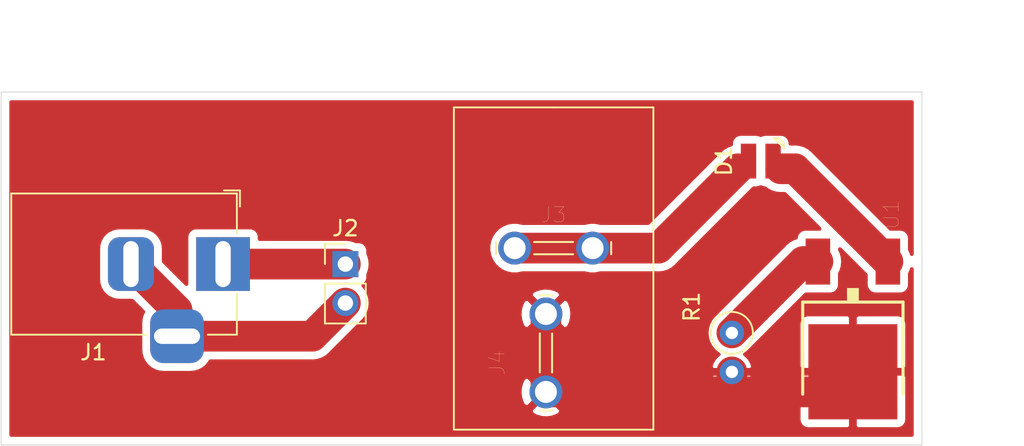
<source format=kicad_pcb>
(kicad_pcb (version 20171130) (host pcbnew 5.1.8-db9833491~87~ubuntu20.04.1)

  (general
    (thickness 1.6)
    (drawings 12)
    (tracks 18)
    (zones 0)
    (modules 7)
    (nets 7)
  )

  (page A4)
  (title_block
    (title "Faston terminal and Blink Sun right like LED")
    (date 2020-11-29)
    (rev V1.0.0)
    (company "Geekhouse Tsukuba's Tomori Nao")
    (comment 1 "Presented by takurx")
  )

  (layers
    (0 F.Cu signal)
    (31 B.Cu signal)
    (32 B.Adhes user)
    (33 F.Adhes user)
    (34 B.Paste user)
    (35 F.Paste user)
    (36 B.SilkS user)
    (37 F.SilkS user)
    (38 B.Mask user)
    (39 F.Mask user)
    (40 Dwgs.User user)
    (41 Cmts.User user)
    (42 Eco1.User user)
    (43 Eco2.User user)
    (44 Edge.Cuts user)
    (45 Margin user)
    (46 B.CrtYd user)
    (47 F.CrtYd user)
    (48 B.Fab user)
    (49 F.Fab user)
  )

  (setup
    (last_trace_width 2)
    (user_trace_width 0.5)
    (user_trace_width 1)
    (user_trace_width 1.5)
    (user_trace_width 2)
    (trace_clearance 0.2)
    (zone_clearance 0.508)
    (zone_45_only no)
    (trace_min 0.2)
    (via_size 0.8)
    (via_drill 0.4)
    (via_min_size 0.4)
    (via_min_drill 0.3)
    (uvia_size 0.3)
    (uvia_drill 0.1)
    (uvias_allowed no)
    (uvia_min_size 0.2)
    (uvia_min_drill 0.1)
    (edge_width 0.05)
    (segment_width 0.2)
    (pcb_text_width 0.3)
    (pcb_text_size 1.5 1.5)
    (mod_edge_width 0.12)
    (mod_text_size 1 1)
    (mod_text_width 0.15)
    (pad_size 1.524 1.524)
    (pad_drill 0.762)
    (pad_to_mask_clearance 0)
    (aux_axis_origin 0 0)
    (visible_elements FFFFFF7F)
    (pcbplotparams
      (layerselection 0x010fc_ffffffff)
      (usegerberextensions false)
      (usegerberattributes true)
      (usegerberadvancedattributes true)
      (creategerberjobfile true)
      (excludeedgelayer true)
      (linewidth 0.100000)
      (plotframeref false)
      (viasonmask false)
      (mode 1)
      (useauxorigin false)
      (hpglpennumber 1)
      (hpglpenspeed 20)
      (hpglpendiameter 15.000000)
      (psnegative false)
      (psa4output false)
      (plotreference true)
      (plotvalue true)
      (plotinvisibletext false)
      (padsonsilk false)
      (subtractmaskfromsilk false)
      (outputformat 1)
      (mirror false)
      (drillshape 1)
      (scaleselection 1)
      (outputdirectory ""))
  )

  (net 0 "")
  (net 1 VCC)
  (net 2 "Net-(D1-Pad1)")
  (net 3 "Net-(J1-Pad2)")
  (net 4 "Net-(J1-Pad1)")
  (net 5 GND)
  (net 6 "Net-(R1-Pad1)")

  (net_class Default "This is the default net class."
    (clearance 0.2)
    (trace_width 0.25)
    (via_dia 0.8)
    (via_drill 0.4)
    (uvia_dia 0.3)
    (uvia_drill 0.1)
    (add_net GND)
    (add_net "Net-(D1-Pad1)")
    (add_net "Net-(J1-Pad1)")
    (add_net "Net-(J1-Pad2)")
    (add_net "Net-(R1-Pad1)")
    (add_net VCC)
  )

  (module CRD_Sun_LED:ENB01-NHSD7-F1 (layer F.Cu) (tedit 5FC38FD1) (tstamp 5FC3F639)
    (at 164 83 270)
    (path /5FC37870)
    (fp_text reference D1 (at 1.5 3.9 90) (layer F.SilkS)
      (effects (font (size 1 1) (thickness 0.15)))
    )
    (fp_text value LED (at 2.05 -0.7 90) (layer F.Fab)
      (effects (font (size 1 1) (thickness 0.15)))
    )
    (fp_line (start 3 3) (end 0 3) (layer F.CrtYd) (width 0.12))
    (fp_line (start 3 0) (end 3 3) (layer F.CrtYd) (width 0.12))
    (fp_line (start 0 0.35) (end 0.35 0) (layer F.CrtYd) (width 0.12))
    (fp_line (start 0.35 0) (end 0 0.35) (layer F.SilkS) (width 0.12))
    (fp_line (start 0 0.35) (end 0 0.65) (layer F.SilkS) (width 0.12))
    (fp_line (start 0 0.65) (end 0.65 0) (layer F.SilkS) (width 0.12))
    (fp_line (start 0.65 0) (end 0.35 0) (layer F.SilkS) (width 0.12))
    (fp_line (start 3 0) (end 0.35 0) (layer F.CrtYd) (width 0.12))
    (fp_line (start 0 0.35) (end 0 3) (layer F.CrtYd) (width 0.12))
    (pad 2 smd rect (at 1.5 2.3 270) (size 2.27 1) (layers F.Cu F.Paste F.Mask)
      (net 1 VCC))
    (pad 1 smd rect (at 1.5 0.7 270) (size 2.27 1) (layers F.Cu F.Paste F.Mask)
      (net 2 "Net-(D1-Pad1)"))
  )

  (module CRD_Sun_LED:SOT229P991X238-4N (layer F.Cu) (tedit 5FC36F1C) (tstamp 5FC3F6BE)
    (at 168.5 95.5 270)
    (path /5FC398D4)
    (fp_text reference U1 (at -7.5 -2.5 90) (layer F.SilkS)
      (effects (font (size 1.000197 1.000197) (thickness 0.015)))
    )
    (fp_text value NSI45060JDT4G (at 0.5 4.44575 90) (layer F.Fab)
      (effects (font (size 1.000283 1.000283) (thickness 0.015)))
    )
    (fp_line (start -6.2 -3.5) (end 6.1 -3.5) (layer F.CrtYd) (width 0.127))
    (fp_line (start -6.2 3.5) (end -6.2 -3.5) (layer F.CrtYd) (width 0.127))
    (fp_line (start 6.1 3.5) (end -6.2 3.5) (layer F.CrtYd) (width 0.127))
    (fp_line (start 6.1 -3.5) (end 6.1 3.5) (layer F.CrtYd) (width 0.127))
    (fp_poly (pts (xy 4.28411 -2.56592) (xy 4.99531 -2.56592) (xy 5.45251 -2.10872) (xy 5.45251 2.10768)
      (xy 4.99531 2.56488) (xy 4.28411 2.56488)) (layer F.Fab) (width 0.1998))
    (fp_poly (pts (xy -2.72807 -0.381519) (xy -1.86269 -0.381519) (xy -1.86269 0.38073) (xy -2.72807 0.38073)) (layer F.SilkS) (width 0.01))
    (fp_poly (pts (xy -3.79543 0.837681) (xy -2.92949 0.837681) (xy -2.92949 3.73558) (xy -3.79543 3.73558)) (layer F.Fab) (width 0.01))
    (fp_poly (pts (xy -3.794 -3.73432) (xy -2.92949 -3.73432) (xy -2.92949 -0.83892) (xy -3.794 -0.83892)) (layer F.Fab) (width 0.01))
    (fp_line (start 4.28411 2.56488) (end 4.28411 -2.56592) (layer F.Fab) (width 0.2032))
    (fp_line (start 4.99531 2.56488) (end 4.28411 2.56488) (layer F.Fab) (width 0.2032))
    (fp_line (start 5.45251 2.10768) (end 4.99531 2.56488) (layer F.Fab) (width 0.2032))
    (fp_line (start 5.45251 -2.10872) (end 5.45251 2.10768) (layer F.Fab) (width 0.2032))
    (fp_line (start 4.99531 -2.56592) (end 5.45251 -2.10872) (layer F.Fab) (width 0.2032))
    (fp_line (start 4.28411 -2.56592) (end 4.99531 -2.56592) (layer F.Fab) (width 0.2032))
    (fp_line (start 4.18211 -3.27752) (end 4.18171 3.27688) (layer F.Fab) (width 0.2032))
    (fp_line (start -1.81189 -3.27) (end 4.18251 -3.27) (layer F.SilkS) (width 0.2032))
    (fp_line (start -1.81189 3.27) (end -1.81189 -3.27) (layer F.SilkS) (width 0.2032))
    (fp_line (start 4.18251 3.27) (end -1.81189 3.27) (layer F.SilkS) (width 0.2032))
    (pad 3 smd rect (at -4.45289 2.27948 270) (size 3 1.6) (layers F.Cu F.Paste F.Mask)
      (net 6 "Net-(R1-Pad1)"))
    (pad 1 smd rect (at -4.45289 -2.28052 270) (size 3 1.6) (layers F.Cu F.Paste F.Mask)
      (net 2 "Net-(D1-Pad1)"))
    (pad 4 smd rect (at 2.72711 -0.000519 270) (size 6.2 5.8) (layers F.Cu F.Paste F.Mask)
      (net 5 GND))
  )

  (module Resistor_THT:R_Axial_DIN0207_L6.3mm_D2.5mm_P2.54mm_Vertical (layer F.Cu) (tedit 5AE5139B) (tstamp 5FC3F6A5)
    (at 160.615 95.695 270)
    (descr "Resistor, Axial_DIN0207 series, Axial, Vertical, pin pitch=2.54mm, 0.25W = 1/4W, length*diameter=6.3*2.5mm^2, http://cdn-reichelt.de/documents/datenblatt/B400/1_4W%23YAG.pdf")
    (tags "Resistor Axial_DIN0207 series Axial Vertical pin pitch 2.54mm 0.25W = 1/4W length 6.3mm diameter 2.5mm")
    (path /5FC38EE3)
    (fp_text reference R1 (at -1.695 2.615 90) (layer F.SilkS)
      (effects (font (size 1 1) (thickness 0.15)))
    )
    (fp_text value R (at 1.27 2.37 90) (layer F.Fab)
      (effects (font (size 1 1) (thickness 0.15)))
    )
    (fp_line (start 3.59 -1.5) (end -1.5 -1.5) (layer F.CrtYd) (width 0.05))
    (fp_line (start 3.59 1.5) (end 3.59 -1.5) (layer F.CrtYd) (width 0.05))
    (fp_line (start -1.5 1.5) (end 3.59 1.5) (layer F.CrtYd) (width 0.05))
    (fp_line (start -1.5 -1.5) (end -1.5 1.5) (layer F.CrtYd) (width 0.05))
    (fp_line (start 1.37 0) (end 1.44 0) (layer F.SilkS) (width 0.12))
    (fp_line (start 0 0) (end 2.54 0) (layer F.Fab) (width 0.1))
    (fp_circle (center 0 0) (end 1.37 0) (layer F.SilkS) (width 0.12))
    (fp_circle (center 0 0) (end 1.25 0) (layer F.Fab) (width 0.1))
    (fp_text user %R (at -1.695 2.615 90) (layer F.Fab)
      (effects (font (size 1 1) (thickness 0.15)))
    )
    (pad 2 thru_hole oval (at 2.54 0 270) (size 1.6 1.6) (drill 0.8) (layers *.Cu *.Mask)
      (net 5 GND))
    (pad 1 thru_hole circle (at 0 0 270) (size 1.6 1.6) (drill 0.8) (layers *.Cu *.Mask)
      (net 6 "Net-(R1-Pad1)"))
    (model ${KISYS3DMOD}/Resistor_THT.3dshapes/R_Axial_DIN0207_L6.3mm_D2.5mm_P2.54mm_Vertical.wrl
      (at (xyz 0 0 0))
      (scale (xyz 1 1 1))
      (rotate (xyz 0 0 0))
    )
  )

  (module BP5293_series:TE_62409-1 (layer F.Cu) (tedit 5FAE0A9D) (tstamp 5FC3F696)
    (at 148.5 97 90)
    (path /5FC3BA6E)
    (fp_text reference J4 (at -0.636045 -3.180265 90) (layer F.SilkS)
      (effects (font (size 1.001661 1.001661) (thickness 0.015)))
    )
    (fp_text value 62409-1 (at 0 2 90) (layer F.Fab)
      (effects (font (size 1.000583 1.000583) (thickness 0.015)))
    )
    (fp_line (start -3.75 -0.4) (end -3.75 0.4) (layer F.SilkS) (width 0.127))
    (fp_line (start 3.75 -0.4) (end 3.75 0.4) (layer F.SilkS) (width 0.127))
    (fp_line (start -1.27 0.4) (end 1.27 0.4) (layer F.SilkS) (width 0.127))
    (fp_line (start -1.27 -0.4) (end 1.27 -0.4) (layer F.SilkS) (width 0.127))
    (fp_line (start -4 1.32) (end -4 -1.32) (layer F.CrtYd) (width 0.05))
    (fp_line (start 4 1.32) (end -4 1.32) (layer F.CrtYd) (width 0.05))
    (fp_line (start 4 -1.32) (end 4 1.32) (layer F.CrtYd) (width 0.05))
    (fp_line (start -4 -1.32) (end 4 -1.32) (layer F.CrtYd) (width 0.05))
    (fp_line (start -3.75 0.4) (end -3.75 -0.4) (layer F.Fab) (width 0.127))
    (fp_line (start 3.75 0.4) (end -3.75 0.4) (layer F.Fab) (width 0.127))
    (fp_line (start 3.75 -0.4) (end 3.75 0.4) (layer F.Fab) (width 0.127))
    (fp_line (start -3.75 -0.4) (end 3.75 -0.4) (layer F.Fab) (width 0.127))
    (pad 2 thru_hole circle (at 2.54 0 90) (size 2.145 2.145) (drill 1.43) (layers *.Cu *.Mask)
      (net 5 GND))
    (pad 1 thru_hole circle (at -2.54 0 90) (size 2.145 2.145) (drill 1.43) (layers *.Cu *.Mask)
      (net 5 GND))
  )

  (module BP5293_series:TE_62409-1 (layer F.Cu) (tedit 5FAE0A9D) (tstamp 5FC3F684)
    (at 149 90.17)
    (path /5FC3AEB3)
    (fp_text reference J3 (at 0 -2.17) (layer F.SilkS)
      (effects (font (size 1.001661 1.001661) (thickness 0.015)))
    )
    (fp_text value 62409-1 (at 0 1.83) (layer F.Fab)
      (effects (font (size 1.000583 1.000583) (thickness 0.015)))
    )
    (fp_line (start -3.75 -0.4) (end -3.75 0.4) (layer F.SilkS) (width 0.127))
    (fp_line (start 3.75 -0.4) (end 3.75 0.4) (layer F.SilkS) (width 0.127))
    (fp_line (start -1.27 0.4) (end 1.27 0.4) (layer F.SilkS) (width 0.127))
    (fp_line (start -1.27 -0.4) (end 1.27 -0.4) (layer F.SilkS) (width 0.127))
    (fp_line (start -4 1.32) (end -4 -1.32) (layer F.CrtYd) (width 0.05))
    (fp_line (start 4 1.32) (end -4 1.32) (layer F.CrtYd) (width 0.05))
    (fp_line (start 4 -1.32) (end 4 1.32) (layer F.CrtYd) (width 0.05))
    (fp_line (start -4 -1.32) (end 4 -1.32) (layer F.CrtYd) (width 0.05))
    (fp_line (start -3.75 0.4) (end -3.75 -0.4) (layer F.Fab) (width 0.127))
    (fp_line (start 3.75 0.4) (end -3.75 0.4) (layer F.Fab) (width 0.127))
    (fp_line (start 3.75 -0.4) (end 3.75 0.4) (layer F.Fab) (width 0.127))
    (fp_line (start -3.75 -0.4) (end 3.75 -0.4) (layer F.Fab) (width 0.127))
    (pad 2 thru_hole circle (at 2.54 0) (size 2.145 2.145) (drill 1.43) (layers *.Cu *.Mask)
      (net 1 VCC))
    (pad 1 thru_hole circle (at -2.54 0) (size 2.145 2.145) (drill 1.43) (layers *.Cu *.Mask)
      (net 1 VCC))
  )

  (module Connector_PinHeader_2.54mm:PinHeader_1x02_P2.54mm_Vertical (layer F.Cu) (tedit 59FED5CC) (tstamp 5FC3F672)
    (at 135.43 91.21)
    (descr "Through hole straight pin header, 1x02, 2.54mm pitch, single row")
    (tags "Through hole pin header THT 1x02 2.54mm single row")
    (path /5FC385B9)
    (fp_text reference J2 (at 0 -2.33) (layer F.SilkS)
      (effects (font (size 1 1) (thickness 0.15)))
    )
    (fp_text value Conn_01x02_Female (at 2.57 0.79 90) (layer F.Fab)
      (effects (font (size 1 1) (thickness 0.15)))
    )
    (fp_line (start 1.8 -1.8) (end -1.8 -1.8) (layer F.CrtYd) (width 0.05))
    (fp_line (start 1.8 4.35) (end 1.8 -1.8) (layer F.CrtYd) (width 0.05))
    (fp_line (start -1.8 4.35) (end 1.8 4.35) (layer F.CrtYd) (width 0.05))
    (fp_line (start -1.8 -1.8) (end -1.8 4.35) (layer F.CrtYd) (width 0.05))
    (fp_line (start -1.33 -1.33) (end 0 -1.33) (layer F.SilkS) (width 0.12))
    (fp_line (start -1.33 0) (end -1.33 -1.33) (layer F.SilkS) (width 0.12))
    (fp_line (start -1.33 1.27) (end 1.33 1.27) (layer F.SilkS) (width 0.12))
    (fp_line (start 1.33 1.27) (end 1.33 3.87) (layer F.SilkS) (width 0.12))
    (fp_line (start -1.33 1.27) (end -1.33 3.87) (layer F.SilkS) (width 0.12))
    (fp_line (start -1.33 3.87) (end 1.33 3.87) (layer F.SilkS) (width 0.12))
    (fp_line (start -1.27 -0.635) (end -0.635 -1.27) (layer F.Fab) (width 0.1))
    (fp_line (start -1.27 3.81) (end -1.27 -0.635) (layer F.Fab) (width 0.1))
    (fp_line (start 1.27 3.81) (end -1.27 3.81) (layer F.Fab) (width 0.1))
    (fp_line (start 1.27 -1.27) (end 1.27 3.81) (layer F.Fab) (width 0.1))
    (fp_line (start -0.635 -1.27) (end 1.27 -1.27) (layer F.Fab) (width 0.1))
    (fp_text user %R (at 0 1.27 90) (layer F.Fab)
      (effects (font (size 1 1) (thickness 0.15)))
    )
    (pad 2 thru_hole oval (at 0 2.54) (size 1.7 1.7) (drill 1) (layers *.Cu *.Mask)
      (net 3 "Net-(J1-Pad2)"))
    (pad 1 thru_hole rect (at 0 0) (size 1.7 1.7) (drill 1) (layers *.Cu *.Mask)
      (net 4 "Net-(J1-Pad1)"))
    (model ${KISYS3DMOD}/Connector_PinHeader_2.54mm.3dshapes/PinHeader_1x02_P2.54mm_Vertical.wrl
      (at (xyz 0 0 0))
      (scale (xyz 1 1 1))
      (rotate (xyz 0 0 0))
    )
  )

  (module Connector_BarrelJack:BarrelJack_Horizontal (layer F.Cu) (tedit 5A1DBF6A) (tstamp 5FC3F65C)
    (at 127.46 91.21)
    (descr "DC Barrel Jack")
    (tags "Power Jack")
    (path /5FC36EE0)
    (fp_text reference J1 (at -8.45 5.75) (layer F.SilkS)
      (effects (font (size 1 1) (thickness 0.15)))
    )
    (fp_text value Barrel_Jack_Switch (at -6.2 -5.5) (layer F.Fab)
      (effects (font (size 1 1) (thickness 0.15)))
    )
    (fp_line (start 0 -4.5) (end -13.7 -4.5) (layer F.Fab) (width 0.1))
    (fp_line (start 0.8 4.5) (end 0.8 -3.75) (layer F.Fab) (width 0.1))
    (fp_line (start -13.7 4.5) (end 0.8 4.5) (layer F.Fab) (width 0.1))
    (fp_line (start -13.7 -4.5) (end -13.7 4.5) (layer F.Fab) (width 0.1))
    (fp_line (start -10.2 -4.5) (end -10.2 4.5) (layer F.Fab) (width 0.1))
    (fp_line (start 0.9 -4.6) (end 0.9 -2) (layer F.SilkS) (width 0.12))
    (fp_line (start -13.8 -4.6) (end 0.9 -4.6) (layer F.SilkS) (width 0.12))
    (fp_line (start 0.9 4.6) (end -1 4.6) (layer F.SilkS) (width 0.12))
    (fp_line (start 0.9 1.9) (end 0.9 4.6) (layer F.SilkS) (width 0.12))
    (fp_line (start -13.8 4.6) (end -13.8 -4.6) (layer F.SilkS) (width 0.12))
    (fp_line (start -5 4.6) (end -13.8 4.6) (layer F.SilkS) (width 0.12))
    (fp_line (start -14 4.75) (end -14 -4.75) (layer F.CrtYd) (width 0.05))
    (fp_line (start -5 4.75) (end -14 4.75) (layer F.CrtYd) (width 0.05))
    (fp_line (start -5 6.75) (end -5 4.75) (layer F.CrtYd) (width 0.05))
    (fp_line (start -1 6.75) (end -5 6.75) (layer F.CrtYd) (width 0.05))
    (fp_line (start -1 4.75) (end -1 6.75) (layer F.CrtYd) (width 0.05))
    (fp_line (start 1 4.75) (end -1 4.75) (layer F.CrtYd) (width 0.05))
    (fp_line (start 1 2) (end 1 4.75) (layer F.CrtYd) (width 0.05))
    (fp_line (start 2 2) (end 1 2) (layer F.CrtYd) (width 0.05))
    (fp_line (start 2 -2) (end 2 2) (layer F.CrtYd) (width 0.05))
    (fp_line (start 1 -2) (end 2 -2) (layer F.CrtYd) (width 0.05))
    (fp_line (start 1 -4.5) (end 1 -2) (layer F.CrtYd) (width 0.05))
    (fp_line (start 1 -4.75) (end -14 -4.75) (layer F.CrtYd) (width 0.05))
    (fp_line (start 1 -4.5) (end 1 -4.75) (layer F.CrtYd) (width 0.05))
    (fp_line (start 0.05 -4.8) (end 1.1 -4.8) (layer F.SilkS) (width 0.12))
    (fp_line (start 1.1 -3.75) (end 1.1 -4.8) (layer F.SilkS) (width 0.12))
    (fp_line (start -0.003213 -4.505425) (end 0.8 -3.75) (layer F.Fab) (width 0.1))
    (fp_text user %R (at -3 -2.95) (layer F.Fab)
      (effects (font (size 1 1) (thickness 0.15)))
    )
    (pad 3 thru_hole roundrect (at -3 4.7) (size 3.5 3.5) (drill oval 3 1) (layers *.Cu *.Mask) (roundrect_rratio 0.25)
      (net 3 "Net-(J1-Pad2)"))
    (pad 2 thru_hole roundrect (at -6 0) (size 3 3.5) (drill oval 1 3) (layers *.Cu *.Mask) (roundrect_rratio 0.25)
      (net 3 "Net-(J1-Pad2)"))
    (pad 1 thru_hole rect (at 0 0) (size 3.5 3.5) (drill oval 1 3) (layers *.Cu *.Mask)
      (net 4 "Net-(J1-Pad1)"))
    (model ${KISYS3DMOD}/Connector_BarrelJack.3dshapes/BarrelJack_Horizontal.wrl
      (at (xyz 0 0 0))
      (scale (xyz 1 1 1))
      (rotate (xyz 0 0 0))
    )
  )

  (gr_line (start 173 103) (end 173 80) (layer Edge.Cuts) (width 0.05) (tstamp 5FC3FE2C))
  (gr_line (start 113 103) (end 173 103) (layer Edge.Cuts) (width 0.05))
  (gr_line (start 113 80) (end 113 103) (layer Edge.Cuts) (width 0.05))
  (gr_line (start 173 80) (end 113 80) (layer Edge.Cuts) (width 0.05))
  (dimension 23 (width 0.15) (layer Dwgs.User)
    (gr_text "23.000 mm" (at 178.3 91.5 270) (layer Dwgs.User)
      (effects (font (size 1 1) (thickness 0.15)))
    )
    (feature1 (pts (xy 173 103) (xy 177.586421 103)))
    (feature2 (pts (xy 173 80) (xy 177.586421 80)))
    (crossbar (pts (xy 177 80) (xy 177 103)))
    (arrow1a (pts (xy 177 103) (xy 176.413579 101.873496)))
    (arrow1b (pts (xy 177 103) (xy 177.586421 101.873496)))
    (arrow2a (pts (xy 177 80) (xy 176.413579 81.126504)))
    (arrow2b (pts (xy 177 80) (xy 177.586421 81.126504)))
  )
  (dimension 60 (width 0.15) (layer Dwgs.User)
    (gr_text "60.000 mm" (at 143 74.7) (layer Dwgs.User)
      (effects (font (size 1 1) (thickness 0.15)))
    )
    (feature1 (pts (xy 113 80) (xy 113 75.413579)))
    (feature2 (pts (xy 173 80) (xy 173 75.413579)))
    (crossbar (pts (xy 173 76) (xy 113 76)))
    (arrow1a (pts (xy 113 76) (xy 114.126504 75.413579)))
    (arrow1b (pts (xy 113 76) (xy 114.126504 76.586421)))
    (arrow2a (pts (xy 173 76) (xy 171.873496 75.413579)))
    (arrow2b (pts (xy 173 76) (xy 171.873496 76.586421)))
  )
  (gr_text 7122-2128 (at 149 84) (layer F.Fab)
    (effects (font (size 1 1) (thickness 0.15)))
  )
  (gr_line (start 155.5 102) (end 155.5 81) (layer F.SilkS) (width 0.12) (tstamp 5FC3FAF9))
  (gr_line (start 142.5 102) (end 155.5 102) (layer F.SilkS) (width 0.12))
  (gr_line (start 142.5 81) (end 142.5 102) (layer F.SilkS) (width 0.12))
  (gr_line (start 149 81) (end 155.5 81) (layer F.SilkS) (width 0.12))
  (gr_line (start 149 81) (end 142.5 81) (layer F.SilkS) (width 0.12))

  (segment (start 146.46 90.17) (end 151.54 90.17) (width 2) (layer F.Cu) (net 1))
  (segment (start 151.54 90.17) (end 155.83 90.17) (width 2) (layer F.Cu) (net 1))
  (segment (start 155.83 90.17) (end 161 85) (width 2) (layer F.Cu) (net 1))
  (segment (start 170.78052 91.04711) (end 164.73341 85) (width 2) (layer F.Cu) (net 2))
  (segment (start 164.73341 85) (end 163.8 85) (width 2) (layer F.Cu) (net 2))
  (segment (start 133.27 95.91) (end 124.46 95.91) (width 2) (layer F.Cu) (net 3))
  (segment (start 135.43 93.75) (end 133.27 95.91) (width 2) (layer F.Cu) (net 3))
  (segment (start 124.46 94.21) (end 121.46 91.21) (width 2) (layer F.Cu) (net 3))
  (segment (start 124.46 95.91) (end 124.46 94.21) (width 2) (layer F.Cu) (net 3))
  (segment (start 135.43 91.21) (end 127.46 91.21) (width 2) (layer F.Cu) (net 4))
  (segment (start 148.5 94.46) (end 148.5 99.54) (width 2) (layer F.Cu) (net 5))
  (segment (start 167.187629 99.54) (end 168.500519 98.22711) (width 2) (layer F.Cu) (net 5))
  (segment (start 160.615 99.385) (end 160.46 99.54) (width 2) (layer F.Cu) (net 5))
  (segment (start 160.615 98.235) (end 160.615 99.385) (width 2) (layer F.Cu) (net 5))
  (segment (start 160.46 99.54) (end 167.187629 99.54) (width 2) (layer F.Cu) (net 5))
  (segment (start 148.5 99.54) (end 160.46 99.54) (width 2) (layer F.Cu) (net 5))
  (segment (start 165.26289 91.04711) (end 160.615 95.695) (width 2) (layer F.Cu) (net 6))
  (segment (start 166.22052 91.04711) (end 165.26289 91.04711) (width 2) (layer F.Cu) (net 6))

  (zone (net 5) (net_name GND) (layer F.Cu) (tstamp 5FC403E8) (hatch edge 0.508)
    (connect_pads (clearance 0.508))
    (min_thickness 0.254)
    (fill yes (arc_segments 32) (thermal_gap 0.508) (thermal_bridge_width 0.508))
    (polygon
      (pts
        (xy 173 103) (xy 113 103) (xy 113 80) (xy 173 80)
      )
    )
    (filled_polygon
      (pts
        (xy 172.340001 90.555627) (xy 172.298372 90.418395) (xy 172.218592 90.269138) (xy 172.218592 89.54711) (xy 172.206332 89.422628)
        (xy 172.170022 89.30293) (xy 172.111057 89.192616) (xy 172.031705 89.095925) (xy 171.935014 89.016573) (xy 171.8247 88.957608)
        (xy 171.705002 88.921298) (xy 171.58052 88.909038) (xy 170.954687 88.909038) (xy 165.946335 83.900687) (xy 165.895124 83.838286)
        (xy 165.646162 83.633969) (xy 165.362125 83.482148) (xy 165.053926 83.388657) (xy 164.813732 83.365) (xy 164.813729 83.365)
        (xy 164.73341 83.357089) (xy 164.653091 83.365) (xy 164.438072 83.365) (xy 164.425812 83.240518) (xy 164.389502 83.12082)
        (xy 164.330537 83.010506) (xy 164.251185 82.913815) (xy 164.154494 82.834463) (xy 164.04418 82.775498) (xy 163.924482 82.739188)
        (xy 163.8 82.726928) (xy 162.8 82.726928) (xy 162.675518 82.739188) (xy 162.55582 82.775498) (xy 162.5 82.805335)
        (xy 162.44418 82.775498) (xy 162.324482 82.739188) (xy 162.2 82.726928) (xy 161.2 82.726928) (xy 161.075518 82.739188)
        (xy 160.95582 82.775498) (xy 160.845506 82.834463) (xy 160.748815 82.913815) (xy 160.669463 83.010506) (xy 160.610498 83.12082)
        (xy 160.574188 83.240518) (xy 160.561928 83.365) (xy 160.561928 83.424318) (xy 160.371285 83.482149) (xy 160.087247 83.63397)
        (xy 159.900676 83.787085) (xy 155.152762 88.535) (xy 152.054674 88.535) (xy 152.038059 88.528118) (xy 151.708174 88.4625)
        (xy 151.371826 88.4625) (xy 151.041941 88.528118) (xy 151.025326 88.535) (xy 146.974674 88.535) (xy 146.958059 88.528118)
        (xy 146.628174 88.4625) (xy 146.291826 88.4625) (xy 145.961941 88.528118) (xy 145.651195 88.656833) (xy 145.371532 88.843698)
        (xy 145.133698 89.081532) (xy 144.946833 89.361195) (xy 144.818118 89.671941) (xy 144.7525 90.001826) (xy 144.7525 90.338174)
        (xy 144.818118 90.668059) (xy 144.946833 90.978805) (xy 145.133698 91.258468) (xy 145.371532 91.496302) (xy 145.651195 91.683167)
        (xy 145.961941 91.811882) (xy 146.291826 91.8775) (xy 146.628174 91.8775) (xy 146.958059 91.811882) (xy 146.974674 91.805)
        (xy 151.025326 91.805) (xy 151.041941 91.811882) (xy 151.371826 91.8775) (xy 151.708174 91.8775) (xy 152.038059 91.811882)
        (xy 152.054674 91.805) (xy 155.749681 91.805) (xy 155.83 91.812911) (xy 155.910319 91.805) (xy 155.910322 91.805)
        (xy 156.150516 91.781343) (xy 156.458715 91.687852) (xy 156.742752 91.536031) (xy 156.991714 91.331714) (xy 157.042925 91.269313)
        (xy 162.039167 86.273072) (xy 162.2 86.273072) (xy 162.324482 86.260812) (xy 162.44418 86.224502) (xy 162.5 86.194665)
        (xy 162.55582 86.224502) (xy 162.675518 86.260812) (xy 162.770428 86.270159) (xy 162.887248 86.366031) (xy 163.171285 86.517852)
        (xy 163.479484 86.611343) (xy 163.719678 86.635) (xy 164.056172 86.635) (xy 166.33021 88.909038) (xy 165.42052 88.909038)
        (xy 165.296038 88.921298) (xy 165.17634 88.957608) (xy 165.066026 89.016573) (xy 164.969335 89.095925) (xy 164.889983 89.192616)
        (xy 164.831018 89.30293) (xy 164.794708 89.422628) (xy 164.788827 89.482345) (xy 164.634175 89.529258) (xy 164.350138 89.681079)
        (xy 164.101176 89.885396) (xy 164.04997 89.947791) (xy 159.402085 94.595677) (xy 159.24897 94.782248) (xy 159.097148 95.066286)
        (xy 159.003658 95.374484) (xy 158.972089 95.695) (xy 159.003658 96.015516) (xy 159.097148 96.323714) (xy 159.24897 96.607752)
        (xy 159.453287 96.856713) (xy 159.702248 97.06103) (xy 159.759389 97.091572) (xy 159.651586 97.171481) (xy 159.462615 97.379869)
        (xy 159.31793 97.621119) (xy 159.223091 97.88596) (xy 159.344376 98.108) (xy 160.488 98.108) (xy 160.488 98.088)
        (xy 160.742 98.088) (xy 160.742 98.108) (xy 161.885624 98.108) (xy 162.006909 97.88596) (xy 161.91207 97.621119)
        (xy 161.767385 97.379869) (xy 161.578414 97.171481) (xy 161.470611 97.091572) (xy 161.527752 97.06103) (xy 161.714323 96.907915)
        (xy 163.495128 95.12711) (xy 164.962447 95.12711) (xy 164.965519 97.94136) (xy 165.124269 98.10011) (xy 168.373519 98.10011)
        (xy 168.373519 94.65086) (xy 168.627519 94.65086) (xy 168.627519 98.10011) (xy 171.876769 98.10011) (xy 172.035519 97.94136)
        (xy 172.038591 95.12711) (xy 172.026331 95.002628) (xy 171.990021 94.88293) (xy 171.931056 94.772616) (xy 171.851704 94.675925)
        (xy 171.755013 94.596573) (xy 171.644699 94.537608) (xy 171.525001 94.501298) (xy 171.400519 94.489038) (xy 168.786269 94.49211)
        (xy 168.627519 94.65086) (xy 168.373519 94.65086) (xy 168.214769 94.49211) (xy 165.600519 94.489038) (xy 165.476037 94.501298)
        (xy 165.356339 94.537608) (xy 165.246025 94.596573) (xy 165.149334 94.675925) (xy 165.069982 94.772616) (xy 165.011017 94.88293)
        (xy 164.974707 95.002628) (xy 164.962447 95.12711) (xy 163.495128 95.12711) (xy 165.437057 93.185182) (xy 167.02052 93.185182)
        (xy 167.145002 93.172922) (xy 167.2647 93.136612) (xy 167.375014 93.077647) (xy 167.471705 92.998295) (xy 167.551057 92.901604)
        (xy 167.610022 92.79129) (xy 167.646332 92.671592) (xy 167.658592 92.54711) (xy 167.658592 91.825083) (xy 167.738372 91.675825)
        (xy 167.831863 91.367626) (xy 167.863431 91.04711) (xy 167.831863 90.726594) (xy 167.738372 90.418395) (xy 167.658592 90.269137)
        (xy 167.658592 90.237421) (xy 169.342448 91.921277) (xy 169.342448 92.54711) (xy 169.354708 92.671592) (xy 169.391018 92.79129)
        (xy 169.449983 92.901604) (xy 169.529335 92.998295) (xy 169.626026 93.077647) (xy 169.73634 93.136612) (xy 169.856038 93.172922)
        (xy 169.98052 93.185182) (xy 171.58052 93.185182) (xy 171.705002 93.172922) (xy 171.8247 93.136612) (xy 171.935014 93.077647)
        (xy 172.031705 92.998295) (xy 172.111057 92.901604) (xy 172.170022 92.79129) (xy 172.206332 92.671592) (xy 172.218592 92.54711)
        (xy 172.218592 91.825081) (xy 172.298372 91.675824) (xy 172.34 91.538592) (xy 172.34 102.34) (xy 113.66 102.34)
        (xy 113.66 101.32711) (xy 164.962447 101.32711) (xy 164.974707 101.451592) (xy 165.011017 101.57129) (xy 165.069982 101.681604)
        (xy 165.149334 101.778295) (xy 165.246025 101.857647) (xy 165.356339 101.916612) (xy 165.476037 101.952922) (xy 165.600519 101.965182)
        (xy 168.214769 101.96211) (xy 168.373519 101.80336) (xy 168.373519 98.35411) (xy 168.627519 98.35411) (xy 168.627519 101.80336)
        (xy 168.786269 101.96211) (xy 171.400519 101.965182) (xy 171.525001 101.952922) (xy 171.644699 101.916612) (xy 171.755013 101.857647)
        (xy 171.851704 101.778295) (xy 171.931056 101.681604) (xy 171.990021 101.57129) (xy 172.026331 101.451592) (xy 172.038591 101.32711)
        (xy 172.035519 98.51286) (xy 171.876769 98.35411) (xy 168.627519 98.35411) (xy 168.373519 98.35411) (xy 165.124269 98.35411)
        (xy 164.965519 98.51286) (xy 164.962447 101.32711) (xy 113.66 101.32711) (xy 113.66 100.727108) (xy 147.492497 100.727108)
        (xy 147.597012 100.998921) (xy 147.898984 101.147052) (xy 148.224052 101.233425) (xy 148.559725 101.254721) (xy 148.893103 101.210121)
        (xy 149.211374 101.101339) (xy 149.402988 100.998921) (xy 149.507503 100.727108) (xy 148.5 99.719605) (xy 147.492497 100.727108)
        (xy 113.66 100.727108) (xy 113.66 99.599725) (xy 146.785279 99.599725) (xy 146.829879 99.933103) (xy 146.938661 100.251374)
        (xy 147.041079 100.442988) (xy 147.312892 100.547503) (xy 148.320395 99.54) (xy 148.679605 99.54) (xy 149.687108 100.547503)
        (xy 149.958921 100.442988) (xy 150.107052 100.141016) (xy 150.193425 99.815948) (xy 150.214721 99.480275) (xy 150.170121 99.146897)
        (xy 150.061339 98.828626) (xy 149.958921 98.637012) (xy 149.821157 98.58404) (xy 159.223091 98.58404) (xy 159.31793 98.848881)
        (xy 159.462615 99.090131) (xy 159.651586 99.298519) (xy 159.87758 99.466037) (xy 160.131913 99.586246) (xy 160.265961 99.626904)
        (xy 160.488 99.504915) (xy 160.488 98.362) (xy 160.742 98.362) (xy 160.742 99.504915) (xy 160.964039 99.626904)
        (xy 161.098087 99.586246) (xy 161.35242 99.466037) (xy 161.578414 99.298519) (xy 161.767385 99.090131) (xy 161.91207 98.848881)
        (xy 162.006909 98.58404) (xy 161.885624 98.362) (xy 160.742 98.362) (xy 160.488 98.362) (xy 159.344376 98.362)
        (xy 159.223091 98.58404) (xy 149.821157 98.58404) (xy 149.687108 98.532497) (xy 148.679605 99.54) (xy 148.320395 99.54)
        (xy 147.312892 98.532497) (xy 147.041079 98.637012) (xy 146.892948 98.938984) (xy 146.806575 99.264052) (xy 146.785279 99.599725)
        (xy 113.66 99.599725) (xy 113.66 98.352892) (xy 147.492497 98.352892) (xy 148.5 99.360395) (xy 149.507503 98.352892)
        (xy 149.402988 98.081079) (xy 149.101016 97.932948) (xy 148.775948 97.846575) (xy 148.440275 97.825279) (xy 148.106897 97.869879)
        (xy 147.788626 97.978661) (xy 147.597012 98.081079) (xy 147.492497 98.352892) (xy 113.66 98.352892) (xy 113.66 90.21)
        (xy 119.321928 90.21) (xy 119.321928 92.21) (xy 119.348599 92.480799) (xy 119.427589 92.741192) (xy 119.55586 92.981171)
        (xy 119.728485 93.191515) (xy 119.938829 93.36414) (xy 120.178808 93.492411) (xy 120.439201 93.571401) (xy 120.71 93.598072)
        (xy 121.535833 93.598072) (xy 122.259078 94.321318) (xy 122.187104 94.455972) (xy 122.101001 94.739814) (xy 122.071928 95.035)
        (xy 122.071928 96.785) (xy 122.101001 97.080186) (xy 122.187104 97.364028) (xy 122.326927 97.625618) (xy 122.515097 97.854903)
        (xy 122.744382 98.043073) (xy 123.005972 98.182896) (xy 123.289814 98.268999) (xy 123.585 98.298072) (xy 125.335 98.298072)
        (xy 125.630186 98.268999) (xy 125.914028 98.182896) (xy 126.175618 98.043073) (xy 126.404903 97.854903) (xy 126.593073 97.625618)
        (xy 126.636164 97.545) (xy 133.189681 97.545) (xy 133.27 97.552911) (xy 133.350319 97.545) (xy 133.350322 97.545)
        (xy 133.590516 97.521343) (xy 133.898715 97.427852) (xy 134.182752 97.276031) (xy 134.431714 97.071714) (xy 134.482925 97.009313)
        (xy 135.84513 95.647108) (xy 147.492497 95.647108) (xy 147.597012 95.918921) (xy 147.898984 96.067052) (xy 148.224052 96.153425)
        (xy 148.559725 96.174721) (xy 148.893103 96.130121) (xy 149.211374 96.021339) (xy 149.402988 95.918921) (xy 149.507503 95.647108)
        (xy 148.5 94.639605) (xy 147.492497 95.647108) (xy 135.84513 95.647108) (xy 136.642915 94.849324) (xy 136.79603 94.662753)
        (xy 136.87248 94.519725) (xy 146.785279 94.519725) (xy 146.829879 94.853103) (xy 146.938661 95.171374) (xy 147.041079 95.362988)
        (xy 147.312892 95.467503) (xy 148.320395 94.46) (xy 148.679605 94.46) (xy 149.687108 95.467503) (xy 149.958921 95.362988)
        (xy 150.107052 95.061016) (xy 150.193425 94.735948) (xy 150.214721 94.400275) (xy 150.170121 94.066897) (xy 150.061339 93.748626)
        (xy 149.958921 93.557012) (xy 149.687108 93.452497) (xy 148.679605 94.46) (xy 148.320395 94.46) (xy 147.312892 93.452497)
        (xy 147.041079 93.557012) (xy 146.892948 93.858984) (xy 146.806575 94.184052) (xy 146.785279 94.519725) (xy 136.87248 94.519725)
        (xy 136.947851 94.378716) (xy 137.041342 94.070517) (xy 137.072911 93.750001) (xy 137.041342 93.429484) (xy 136.993841 93.272892)
        (xy 147.492497 93.272892) (xy 148.5 94.280395) (xy 149.507503 93.272892) (xy 149.402988 93.001079) (xy 149.101016 92.852948)
        (xy 148.775948 92.766575) (xy 148.440275 92.745279) (xy 148.106897 92.789879) (xy 147.788626 92.898661) (xy 147.597012 93.001079)
        (xy 147.492497 93.272892) (xy 136.993841 93.272892) (xy 136.947851 93.121286) (xy 136.79603 92.837248) (xy 136.606041 92.605746)
        (xy 136.634494 92.590537) (xy 136.731185 92.511185) (xy 136.810537 92.414494) (xy 136.869502 92.30418) (xy 136.905812 92.184482)
        (xy 136.918072 92.06) (xy 136.918072 91.894429) (xy 136.947852 91.838715) (xy 137.041343 91.530516) (xy 137.072911 91.21)
        (xy 137.041343 90.889484) (xy 136.947852 90.581285) (xy 136.918072 90.525571) (xy 136.918072 90.36) (xy 136.905812 90.235518)
        (xy 136.869502 90.11582) (xy 136.810537 90.005506) (xy 136.731185 89.908815) (xy 136.634494 89.829463) (xy 136.52418 89.770498)
        (xy 136.404482 89.734188) (xy 136.28 89.721928) (xy 136.114429 89.721928) (xy 136.058715 89.692148) (xy 135.750516 89.598657)
        (xy 135.510322 89.575) (xy 129.848072 89.575) (xy 129.848072 89.46) (xy 129.835812 89.335518) (xy 129.799502 89.21582)
        (xy 129.740537 89.105506) (xy 129.661185 89.008815) (xy 129.564494 88.929463) (xy 129.45418 88.870498) (xy 129.334482 88.834188)
        (xy 129.21 88.821928) (xy 125.71 88.821928) (xy 125.585518 88.834188) (xy 125.46582 88.870498) (xy 125.355506 88.929463)
        (xy 125.258815 89.008815) (xy 125.179463 89.105506) (xy 125.120498 89.21582) (xy 125.084188 89.335518) (xy 125.071928 89.46)
        (xy 125.071928 92.509688) (xy 123.598072 91.035833) (xy 123.598072 90.21) (xy 123.571401 89.939201) (xy 123.492411 89.678808)
        (xy 123.36414 89.438829) (xy 123.191515 89.228485) (xy 122.981171 89.05586) (xy 122.741192 88.927589) (xy 122.480799 88.848599)
        (xy 122.21 88.821928) (xy 120.71 88.821928) (xy 120.439201 88.848599) (xy 120.178808 88.927589) (xy 119.938829 89.05586)
        (xy 119.728485 89.228485) (xy 119.55586 89.438829) (xy 119.427589 89.678808) (xy 119.348599 89.939201) (xy 119.321928 90.21)
        (xy 113.66 90.21) (xy 113.66 80.66) (xy 172.340001 80.66)
      )
    )
  )
)

</source>
